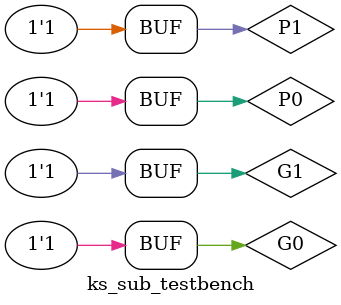
<source format=sv>
`timescale 1 ps / 100 fs

module ks_sub_testbench();

	parameter ClockDelay = 100000;
	parameter width = 8;

	reg P1, G1, P0, G0;

	integer i, j;

	ks_sub ks(P, G, P1, G1, P0, G0);

	initial begin
		for (int i = 0; i < 2; i++) begin
			for (int j = 0; j < 2; j++) begin
				P1 = j;
				P0 = i;
				G1 = j;
				G0 = i;
			end
		end
	end
endmodule
</source>
